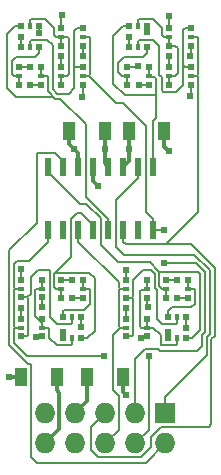
<source format=gtl>
G04 #@! TF.FileFunction,Copper,L1,Top,Signal*
%FSLAX46Y46*%
G04 Gerber Fmt 4.6, Leading zero omitted, Abs format (unit mm)*
G04 Created by KiCad (PCBNEW 4.0.4-stable) date 10/28/16 22:46:39*
%MOMM*%
%LPD*%
G01*
G04 APERTURE LIST*
%ADD10C,0.100000*%
%ADD11R,1.000000X1.600000*%
%ADD12R,1.727200X1.727200*%
%ADD13O,1.727200X1.727200*%
%ADD14R,0.600000X0.600000*%
%ADD15R,0.600000X0.400000*%
%ADD16R,0.400000X0.600000*%
%ADD17R,0.600000X1.500000*%
%ADD18C,0.620000*%
%ADD19C,0.200000*%
%ADD20C,0.300000*%
G04 APERTURE END LIST*
D10*
D11*
X40894000Y-34290000D03*
X37894000Y-34290000D03*
X42926000Y-34290000D03*
X45926000Y-34290000D03*
X39394000Y-55118000D03*
X42394000Y-55118000D03*
X36830000Y-55118000D03*
X33830000Y-55118000D03*
D12*
X45974000Y-58166000D03*
D13*
X45974000Y-60706000D03*
X43434000Y-58166000D03*
X43434000Y-60706000D03*
X40894000Y-58166000D03*
X40894000Y-60706000D03*
X38354000Y-58166000D03*
X38354000Y-60706000D03*
X35814000Y-58166000D03*
X35814000Y-60706000D03*
D14*
X37214400Y-46861600D03*
D15*
X37214400Y-47611600D03*
D14*
X37214400Y-48361600D03*
X39014400Y-48361600D03*
D15*
X39014400Y-47611600D03*
D14*
X39014400Y-46861600D03*
X47904400Y-48361600D03*
D15*
X47904400Y-47611600D03*
D14*
X47904400Y-46861600D03*
X46104400Y-46861600D03*
D15*
X46104400Y-47611600D03*
D14*
X46104400Y-48361600D03*
X37364400Y-51813600D03*
D16*
X38114400Y-51813600D03*
D14*
X38864400Y-51813600D03*
X38864400Y-50013600D03*
D16*
X38114400Y-50013600D03*
D14*
X37364400Y-50013600D03*
X47754400Y-50013600D03*
D16*
X47004400Y-50013600D03*
D14*
X46254400Y-50013600D03*
X46254400Y-51813600D03*
D16*
X47004400Y-51813600D03*
D14*
X47754400Y-51813600D03*
X33796400Y-50151600D03*
D15*
X33796400Y-50901600D03*
D14*
X33796400Y-51651600D03*
X35596400Y-51651600D03*
D15*
X35596400Y-50901600D03*
D14*
X35596400Y-50151600D03*
X44486400Y-51651600D03*
D15*
X44486400Y-50901600D03*
D14*
X44486400Y-50151600D03*
X42686400Y-50151600D03*
D15*
X42686400Y-50901600D03*
D14*
X42686400Y-51651600D03*
X33796400Y-46849600D03*
D15*
X33796400Y-47599600D03*
D14*
X33796400Y-48349600D03*
X35596400Y-48349600D03*
D15*
X35596400Y-47599600D03*
D14*
X35596400Y-46849600D03*
X44486400Y-48361600D03*
D15*
X44486400Y-47611600D03*
D14*
X44486400Y-46861600D03*
X42686400Y-46861600D03*
D15*
X42686400Y-47611600D03*
D14*
X42686400Y-48361600D03*
D17*
X36093400Y-42679600D03*
X37363400Y-42679600D03*
X38633400Y-42679600D03*
X39903400Y-42679600D03*
X41173400Y-42679600D03*
X42443400Y-42679600D03*
X43713400Y-42679600D03*
X44983400Y-42679600D03*
X44983400Y-37279600D03*
X43713400Y-37279600D03*
X42443400Y-37279600D03*
X41173400Y-37279600D03*
X39903400Y-37279600D03*
X38633400Y-37279600D03*
X37363400Y-37279600D03*
X36093400Y-37279600D03*
D14*
X35458400Y-30327600D03*
D15*
X35458400Y-29577600D03*
D14*
X35458400Y-28827600D03*
X33658400Y-28827600D03*
D15*
X33658400Y-29577600D03*
D14*
X33658400Y-30327600D03*
X42802400Y-28827600D03*
D15*
X42802400Y-29577600D03*
D14*
X42802400Y-30327600D03*
X44602400Y-30327600D03*
D15*
X44602400Y-29577600D03*
D14*
X44602400Y-28827600D03*
X35308400Y-25375600D03*
D16*
X34558400Y-25375600D03*
D14*
X33808400Y-25375600D03*
X33808400Y-27175600D03*
D16*
X34558400Y-27175600D03*
D14*
X35308400Y-27175600D03*
X42952400Y-27175600D03*
D16*
X43702400Y-27175600D03*
D14*
X44452400Y-27175600D03*
X44452400Y-25375600D03*
D16*
X43702400Y-25375600D03*
D14*
X42952400Y-25375600D03*
X39014400Y-27025600D03*
D15*
X39014400Y-26275600D03*
D14*
X39014400Y-25525600D03*
X37214400Y-25525600D03*
D15*
X37214400Y-26275600D03*
D14*
X37214400Y-27025600D03*
X46358400Y-25525600D03*
D15*
X46358400Y-26275600D03*
D14*
X46358400Y-27025600D03*
X48158400Y-27025600D03*
D15*
X48158400Y-26275600D03*
D14*
X48158400Y-25525600D03*
X39014400Y-30327600D03*
D15*
X39014400Y-29577600D03*
D14*
X39014400Y-28827600D03*
X37214400Y-28827600D03*
D15*
X37214400Y-29577600D03*
D14*
X37214400Y-30327600D03*
X46358400Y-28827600D03*
D15*
X46358400Y-29577600D03*
D14*
X46358400Y-30327600D03*
X48158400Y-30327600D03*
D15*
X48158400Y-29577600D03*
D14*
X48158400Y-28827600D03*
D18*
X38125400Y-46871609D03*
X42676391Y-49276000D03*
X48133000Y-27889200D03*
X40894000Y-35814000D03*
X46355000Y-24511000D03*
X34544000Y-28803600D03*
X34569400Y-30380564D03*
X43986403Y-51764283D03*
X38125400Y-48393207D03*
X35604378Y-49199870D03*
X35306000Y-25932990D03*
X42672000Y-56642000D03*
X32766000Y-55118000D03*
X46278800Y-35991800D03*
X38267200Y-35763200D03*
X40335200Y-38912800D03*
X38989000Y-31369000D03*
X48133000Y-31318200D03*
X46355000Y-27940000D03*
X42926000Y-26339800D03*
X44450000Y-25882600D03*
X37211000Y-27940000D03*
X33807400Y-26289000D03*
X42672000Y-46024800D03*
X44500800Y-49199800D03*
X46253400Y-51257200D03*
X47752000Y-50952400D03*
X33782000Y-45923200D03*
X37363400Y-51257200D03*
X38862000Y-50876200D03*
X43713400Y-28778200D03*
X42926000Y-35814000D03*
X43764200Y-30378400D03*
X37236400Y-24460200D03*
X39014400Y-27914600D03*
X46964600Y-46863000D03*
X47015400Y-48387000D03*
X35052000Y-51663600D03*
X33782000Y-49276000D03*
X45897800Y-45415200D03*
X45897800Y-42672000D03*
X40792400Y-53289200D03*
X44597601Y-53293999D03*
D19*
X37214400Y-46861600D02*
X38115391Y-46861600D01*
X38115391Y-46861600D02*
X38125400Y-46871609D01*
X39014400Y-48361600D02*
X38157007Y-48361600D01*
X38157007Y-48361600D02*
X38125400Y-48393207D01*
X42686400Y-49286009D02*
X42676391Y-49276000D01*
X42686400Y-50151600D02*
X42686400Y-49286009D01*
X33658400Y-28827600D02*
X34520000Y-28827600D01*
X34520000Y-28827600D02*
X34544000Y-28803600D01*
X35458400Y-30327600D02*
X34622364Y-30327600D01*
X34622364Y-30327600D02*
X34569400Y-30380564D01*
X48158400Y-27025600D02*
X48158400Y-27863800D01*
X48158400Y-27863800D02*
X48133000Y-27889200D01*
X46358400Y-25525600D02*
X46358400Y-24514400D01*
X46358400Y-24514400D02*
X46355000Y-24511000D01*
D20*
X39394000Y-55118000D02*
X39394000Y-57126000D01*
X39394000Y-57126000D02*
X38354000Y-58166000D01*
X40894000Y-35814000D02*
X40894000Y-37000200D01*
X40894000Y-34290000D02*
X40894000Y-35814000D01*
X40894000Y-37000200D02*
X41173400Y-37279600D01*
D19*
X44424809Y-51764283D02*
X43986403Y-51764283D01*
X44486400Y-51702692D02*
X44424809Y-51764283D01*
X44486400Y-51651600D02*
X44486400Y-51702692D01*
X35596400Y-49191892D02*
X35604378Y-49199870D01*
X35596400Y-48349600D02*
X35596400Y-49191892D01*
X33796400Y-46849600D02*
X33796400Y-45937600D01*
X33796400Y-45937600D02*
X33782000Y-45923200D01*
X38864400Y-50013600D02*
X38864400Y-50873800D01*
X38864400Y-50873800D02*
X38862000Y-50876200D01*
X42686400Y-46861600D02*
X42686400Y-46039200D01*
X42686400Y-46039200D02*
X42672000Y-46024800D01*
X47754400Y-50013600D02*
X47754400Y-50950000D01*
X47754400Y-50950000D02*
X47752000Y-50952400D01*
X44486400Y-48361600D02*
X44486400Y-49185400D01*
X44486400Y-49185400D02*
X44500800Y-49199800D01*
X37214400Y-28827600D02*
X37214400Y-27943400D01*
X37214400Y-27943400D02*
X37211000Y-27940000D01*
X33807400Y-26289000D02*
X33807400Y-27174600D01*
X33807400Y-27174600D02*
X33808400Y-27175600D01*
X39014400Y-30327600D02*
X39014400Y-31343600D01*
X39014400Y-31343600D02*
X38989000Y-31369000D01*
X48158400Y-30327600D02*
X48158400Y-31292800D01*
X48158400Y-31292800D02*
X48133000Y-31318200D01*
X46358400Y-28827600D02*
X46358400Y-27943400D01*
X46358400Y-27943400D02*
X46355000Y-27940000D01*
X42926000Y-26339800D02*
X42926000Y-27149200D01*
X42926000Y-27149200D02*
X42952400Y-27175600D01*
X35308400Y-25930590D02*
X35306000Y-25932990D01*
X35308400Y-25375600D02*
X35308400Y-25930590D01*
D20*
X42394000Y-55118000D02*
X42394000Y-56364000D01*
X42394000Y-56364000D02*
X42672000Y-56642000D01*
X33830000Y-55118000D02*
X32766000Y-55118000D01*
X45926000Y-34290000D02*
X45926000Y-35639000D01*
X45926000Y-35639000D02*
X46278800Y-35991800D01*
X38267200Y-35763200D02*
X38633400Y-36129400D01*
X37894000Y-35390000D02*
X38267200Y-35763200D01*
X37894000Y-34290000D02*
X37894000Y-35390000D01*
X38633400Y-36129400D02*
X38633400Y-37279600D01*
X39903400Y-37279600D02*
X39903400Y-38481000D01*
X39903400Y-38481000D02*
X40335200Y-38912800D01*
D19*
X39014400Y-30327600D02*
X39014400Y-30378692D01*
X39014400Y-30378692D02*
X39036351Y-30400643D01*
X44452400Y-25375600D02*
X44452400Y-25880200D01*
X44452400Y-25880200D02*
X44450000Y-25882600D01*
X46254400Y-51813600D02*
X46254400Y-51258200D01*
X46254400Y-51258200D02*
X46253400Y-51257200D01*
X37364400Y-51813600D02*
X37364400Y-51258200D01*
X37364400Y-51258200D02*
X37363400Y-51257200D01*
X33796400Y-50151600D02*
X33796400Y-49290400D01*
X33796400Y-49290400D02*
X33782000Y-49276000D01*
X46104400Y-46861600D02*
X46963200Y-46861600D01*
X46963200Y-46861600D02*
X46964600Y-46863000D01*
X47904400Y-48361600D02*
X47040800Y-48361600D01*
X47040800Y-48361600D02*
X47015400Y-48387000D01*
X37214400Y-25525600D02*
X37214400Y-24482200D01*
X37214400Y-24482200D02*
X37236400Y-24460200D01*
X39014400Y-27025600D02*
X39014400Y-27914600D01*
X42802400Y-28827600D02*
X43664000Y-28827600D01*
X43664000Y-28827600D02*
X43713400Y-28778200D01*
X44602400Y-30327600D02*
X43815000Y-30327600D01*
X43815000Y-30327600D02*
X43764200Y-30378400D01*
X42802400Y-28776508D02*
X42824946Y-28753962D01*
X42802400Y-28827600D02*
X42802400Y-28776508D01*
D20*
X36830000Y-55118000D02*
X36830000Y-56218000D01*
X36830000Y-56218000D02*
X37027601Y-56415601D01*
X37027601Y-56415601D02*
X37027601Y-59492399D01*
X37027601Y-59492399D02*
X35814000Y-60706000D01*
X42926000Y-35814000D02*
X42926000Y-36797000D01*
X42926000Y-34290000D02*
X42926000Y-35814000D01*
X42926000Y-36797000D02*
X42443400Y-37279600D01*
D19*
X37214400Y-25524509D02*
X37251316Y-25487593D01*
X37214400Y-25525600D02*
X37214400Y-25524509D01*
X35596400Y-51651600D02*
X35064000Y-51651600D01*
X35064000Y-51651600D02*
X35052000Y-51663600D01*
X43434000Y-58166000D02*
X43434000Y-53554798D01*
X43434000Y-53554798D02*
X44304800Y-52683998D01*
X45419096Y-52683998D02*
X45592498Y-52857400D01*
X48597100Y-45415200D02*
X45897800Y-45415200D01*
X44304800Y-52683998D02*
X45419096Y-52683998D01*
X45592498Y-52857400D02*
X48717200Y-52857400D01*
X48717200Y-52857400D02*
X49091811Y-52482789D01*
X49091811Y-52482789D02*
X49091811Y-51541889D01*
X49091811Y-51541889D02*
X49371211Y-51262489D01*
X49371211Y-51262489D02*
X49371211Y-46189311D01*
X49371211Y-46189311D02*
X48597100Y-45415200D01*
X44983400Y-42679600D02*
X45890200Y-42679600D01*
X45890200Y-42679600D02*
X45897800Y-42672000D01*
X44983400Y-42679600D02*
X44983400Y-41729600D01*
X44983400Y-41729600D02*
X44348400Y-41094600D01*
X44348400Y-41094600D02*
X44348400Y-33872398D01*
X44348400Y-33872398D02*
X42382601Y-31906599D01*
X41843399Y-31906599D02*
X39514400Y-29577600D01*
X42382601Y-31906599D02*
X41843399Y-31906599D01*
X39514400Y-29577600D02*
X39014400Y-29577600D01*
X39514400Y-29577600D02*
X39614401Y-29477599D01*
X39614401Y-26375601D02*
X39514400Y-26275600D01*
X39614401Y-29477599D02*
X39614401Y-26375601D01*
X39514400Y-26275600D02*
X39014400Y-26275600D01*
X35128200Y-36144200D02*
X36678000Y-36144200D01*
X36678000Y-36144200D02*
X37363400Y-36829600D01*
X37363400Y-36829600D02*
X37363400Y-37279600D01*
X35128200Y-42046976D02*
X35128200Y-36144200D01*
X32796388Y-44378788D02*
X35128200Y-42046976D01*
X34409199Y-54017999D02*
X32796388Y-52405188D01*
X32796388Y-52405188D02*
X32796388Y-44378788D01*
X35102800Y-62331600D02*
X34650399Y-61879199D01*
X34650399Y-54098397D02*
X34570001Y-54017999D01*
X34650399Y-61879199D02*
X34650399Y-54098397D01*
X34570001Y-54017999D02*
X34409199Y-54017999D01*
X44348400Y-62331600D02*
X35102800Y-62331600D01*
X45974000Y-60706000D02*
X44348400Y-62331600D01*
X40792400Y-53289200D02*
X34293998Y-53289200D01*
X34293998Y-53289200D02*
X33196399Y-52191601D01*
X33196399Y-52191601D02*
X33196399Y-51001601D01*
X33196399Y-51001601D02*
X33296400Y-50901600D01*
X33296400Y-50901600D02*
X33796400Y-50901600D01*
X43434000Y-60706000D02*
X44597601Y-59542399D01*
X44597601Y-59542399D02*
X44597601Y-53293999D01*
X33426400Y-45288200D02*
X33196399Y-45518201D01*
X33196399Y-45518201D02*
X33196399Y-47499599D01*
X33196399Y-47499599D02*
X33296400Y-47599600D01*
X33296400Y-47599600D02*
X33796400Y-47599600D01*
X34434800Y-45288200D02*
X33426400Y-45288200D01*
X36093400Y-42679600D02*
X36093400Y-43629600D01*
X36093400Y-43629600D02*
X34434800Y-45288200D01*
X33196399Y-47699601D02*
X33296400Y-47599600D01*
X33296400Y-50901600D02*
X33196399Y-50801599D01*
X33196399Y-50801599D02*
X33196399Y-47699601D01*
X42066389Y-47731611D02*
X42186400Y-47611600D01*
X42186400Y-50901600D02*
X42066389Y-50781589D01*
X42066389Y-50781589D02*
X42066389Y-47731611D01*
X41593999Y-51494001D02*
X42186400Y-50901600D01*
X41593999Y-56200410D02*
X41593999Y-51494001D01*
X42057601Y-56664012D02*
X41593999Y-56200410D01*
X42057601Y-59542399D02*
X42057601Y-56664012D01*
X40894000Y-60706000D02*
X42057601Y-59542399D01*
X42186400Y-50901600D02*
X42686400Y-50901600D01*
X38633400Y-42679600D02*
X38633400Y-43629600D01*
X38633400Y-43629600D02*
X42086399Y-47082599D01*
X42086399Y-47082599D02*
X42086399Y-47511599D01*
X42086399Y-47511599D02*
X42186400Y-47611600D01*
X42186400Y-47611600D02*
X42686400Y-47611600D01*
X40014412Y-51163588D02*
X40014412Y-46721610D01*
X40014412Y-46721610D02*
X39554401Y-46261599D01*
X38864400Y-51813600D02*
X39364400Y-51813600D01*
X39364400Y-51813600D02*
X40014412Y-51163588D01*
X39554401Y-46261599D02*
X36701701Y-46261599D01*
X36701701Y-46261599D02*
X36614399Y-46348901D01*
X38847200Y-41173400D02*
X39903400Y-42229600D01*
X39903400Y-42229600D02*
X39903400Y-42679600D01*
X37998400Y-41673798D02*
X38498798Y-41173400D01*
X38023800Y-44939500D02*
X38023800Y-41699198D01*
X36614399Y-46348901D02*
X38023800Y-44939500D01*
X36614399Y-47511599D02*
X36614399Y-46348901D01*
X38498798Y-41173400D02*
X38847200Y-41173400D01*
X36714400Y-47611600D02*
X36614399Y-47511599D01*
X37214400Y-47611600D02*
X36714400Y-47611600D01*
X38023800Y-41699198D02*
X37998400Y-41673798D01*
X37214400Y-47611600D02*
X37214400Y-48361600D01*
X37364400Y-48511600D02*
X37214400Y-48361600D01*
X39014400Y-47611600D02*
X39514400Y-47611600D01*
X39514400Y-47611600D02*
X39614401Y-47711601D01*
X39614401Y-47711601D02*
X39614401Y-48901601D01*
X39614401Y-48901601D02*
X39102403Y-49413599D01*
X39102403Y-49413599D02*
X37464401Y-49413599D01*
X37464401Y-49413599D02*
X37364400Y-49513600D01*
X37364400Y-49513600D02*
X37364400Y-50013600D01*
X39014400Y-46861600D02*
X39014400Y-47611600D01*
X48206202Y-49199800D02*
X46568200Y-49199800D01*
X46568200Y-49199800D02*
X46254400Y-49513600D01*
X46254400Y-49513600D02*
X46254400Y-50013600D01*
X48514000Y-47721200D02*
X48514000Y-48892002D01*
X48514000Y-48892002D02*
X48206202Y-49199800D01*
X47904400Y-47611600D02*
X48404400Y-47611600D01*
X48404400Y-47611600D02*
X48514000Y-47721200D01*
X47904400Y-46861600D02*
X47904400Y-47611600D01*
X46104400Y-49863600D02*
X46254400Y-50013600D01*
X41986200Y-45389800D02*
X40538400Y-43942000D01*
X45504399Y-46173897D02*
X44720302Y-45389800D01*
X44720302Y-45389800D02*
X41986200Y-45389800D01*
X45504399Y-47401601D02*
X45504399Y-46173897D01*
X46104400Y-47611600D02*
X45714398Y-47611600D01*
X45714398Y-47611600D02*
X45504399Y-47401601D01*
X48971200Y-46355000D02*
X48790097Y-46173897D01*
X48790097Y-46173897D02*
X45504399Y-46173897D01*
X48971200Y-51096800D02*
X48971200Y-46355000D01*
X48254400Y-51813600D02*
X48971200Y-51096800D01*
X47754400Y-51813600D02*
X48254400Y-51813600D01*
X46104400Y-47611600D02*
X46104400Y-48361600D01*
X36093400Y-37729600D02*
X36093400Y-37279600D01*
X38775200Y-40411400D02*
X36093400Y-37729600D01*
X40538400Y-43942000D02*
X40538400Y-41660300D01*
X39289500Y-40411400D02*
X38775200Y-40411400D01*
X40538400Y-41660300D02*
X39289500Y-40411400D01*
X34994376Y-48907068D02*
X34994376Y-49899576D01*
X34994376Y-49899576D02*
X35596400Y-50501600D01*
X34996399Y-48905045D02*
X34994376Y-48907068D01*
X34996399Y-47699601D02*
X34996399Y-48905045D01*
X35596400Y-50501600D02*
X35596400Y-50901600D01*
X35096400Y-47599600D02*
X34996399Y-47699601D01*
X35596400Y-47599600D02*
X35096400Y-47599600D01*
X35596400Y-50901600D02*
X35596400Y-50151600D01*
X35596400Y-46849600D02*
X35596400Y-47599600D01*
X38114400Y-51813600D02*
X38114400Y-52313600D01*
X38114400Y-52313600D02*
X38014399Y-52413601D01*
X36824399Y-52413601D02*
X36196401Y-51785603D01*
X36196401Y-51785603D02*
X36196401Y-51001601D01*
X36196401Y-51001601D02*
X36096400Y-50901600D01*
X38014399Y-52413601D02*
X36824399Y-52413601D01*
X36096400Y-50901600D02*
X35596400Y-50901600D01*
X36214388Y-49981188D02*
X36846801Y-50613601D01*
X36846801Y-50613601D02*
X38014399Y-50613601D01*
X38014399Y-50613601D02*
X38114400Y-50513600D01*
X38114400Y-50513600D02*
X38114400Y-50013600D01*
X36144200Y-45999400D02*
X36214388Y-46069588D01*
X36214388Y-46069588D02*
X36214388Y-49981188D01*
X35204400Y-45999400D02*
X36144200Y-45999400D01*
X34596388Y-46607412D02*
X35204400Y-45999400D01*
X34296400Y-48349600D02*
X34596388Y-48049612D01*
X34596388Y-48049612D02*
X34596388Y-46607412D01*
X33796400Y-48349600D02*
X34296400Y-48349600D01*
X34296400Y-48349600D02*
X34396401Y-48449601D01*
X34396401Y-48449601D02*
X34396401Y-51551599D01*
X34396401Y-51551599D02*
X34296400Y-51651600D01*
X34296400Y-51651600D02*
X33796400Y-51651600D01*
X43286401Y-48461601D02*
X43186400Y-48361600D01*
X43186400Y-48361600D02*
X42686400Y-48361600D01*
X42686400Y-51651600D02*
X43186400Y-51651600D01*
X43186400Y-51651600D02*
X43286401Y-51551599D01*
X43286401Y-51551599D02*
X43286401Y-48461601D01*
X47004400Y-50013600D02*
X47004400Y-50513600D01*
X47004400Y-50513600D02*
X46895800Y-50622200D01*
X44094400Y-46050200D02*
X43286401Y-46858199D01*
X43286401Y-48261599D02*
X43186400Y-48361600D01*
X46895800Y-50622200D02*
X45722998Y-50622200D01*
X45722998Y-50622200D02*
X45288200Y-50187402D01*
X45288200Y-50187402D02*
X45288200Y-47751102D01*
X45104388Y-46339586D02*
X44815002Y-46050200D01*
X45288200Y-47751102D02*
X45104388Y-47567290D01*
X45104388Y-47567290D02*
X45104388Y-46339586D01*
X44815002Y-46050200D02*
X44094400Y-46050200D01*
X43286401Y-46858199D02*
X43286401Y-48261599D01*
X44486400Y-50151600D02*
X44486400Y-50901600D01*
X43886399Y-47821599D02*
X43886399Y-50801599D01*
X44336401Y-47761599D02*
X43946399Y-47761599D01*
X43946399Y-47761599D02*
X43886399Y-47821599D01*
X43886399Y-50801599D02*
X43986400Y-50901600D01*
X44486400Y-47611600D02*
X44336401Y-47761599D01*
X44486400Y-46861600D02*
X44486400Y-47611600D01*
X44486400Y-50901600D02*
X43986400Y-50901600D01*
X44486400Y-50901600D02*
X44986400Y-50901600D01*
X45654399Y-51569599D02*
X45654399Y-52353601D01*
X44986400Y-50901600D02*
X45654399Y-51569599D01*
X45654399Y-52353601D02*
X45714399Y-52413601D01*
X45714399Y-52413601D02*
X46904399Y-52413601D01*
X46904399Y-52413601D02*
X47004400Y-52313600D01*
X47004400Y-52313600D02*
X47004400Y-51813600D01*
X32613600Y-30632400D02*
X33324800Y-31343600D01*
X33324800Y-31343600D02*
X36524698Y-31343600D01*
X36524698Y-31343600D02*
X36696109Y-31515011D01*
X32613600Y-26070400D02*
X32613600Y-30632400D01*
X33808400Y-25375600D02*
X33308400Y-25375600D01*
X33308400Y-25375600D02*
X32613600Y-26070400D01*
X35458400Y-28827600D02*
X35458400Y-29577600D01*
X37122689Y-31515011D02*
X36696109Y-31515011D01*
X39293800Y-33686122D02*
X37122689Y-31515011D01*
X35958400Y-29577600D02*
X35458400Y-29577600D01*
X39293800Y-39850000D02*
X39293800Y-33686122D01*
X36058401Y-29677601D02*
X35958400Y-29577600D01*
X41173400Y-42679600D02*
X41173400Y-41729600D01*
X36696109Y-31515011D02*
X36058401Y-30877303D01*
X41173400Y-41729600D02*
X39293800Y-39850000D01*
X36058401Y-30877303D02*
X36058401Y-29677601D01*
X42576798Y-31242000D02*
X45237400Y-31242000D01*
X41611589Y-30276791D02*
X42576798Y-31242000D01*
X41611589Y-26216411D02*
X41611589Y-30276791D01*
X42952400Y-25375600D02*
X42452400Y-25375600D01*
X42452400Y-25375600D02*
X41611589Y-26216411D01*
X45237400Y-29822598D02*
X45237400Y-31242000D01*
X45237400Y-31242000D02*
X45237400Y-33138598D01*
X45237400Y-33138598D02*
X44983400Y-33392598D01*
X44983400Y-33392598D02*
X44983400Y-37279600D01*
X44602400Y-29577600D02*
X44752399Y-29727599D01*
X44752399Y-29727599D02*
X45142401Y-29727599D01*
X45142401Y-29727599D02*
X45237400Y-29822598D01*
X44602400Y-28827600D02*
X44602400Y-29577600D01*
X44452400Y-28677600D02*
X44602400Y-28827600D01*
X33355198Y-27990800D02*
X34993200Y-27990800D01*
X34993200Y-27990800D02*
X35308400Y-27675600D01*
X35308400Y-27675600D02*
X35308400Y-27175600D01*
X33020000Y-29439200D02*
X33020000Y-28325998D01*
X33020000Y-28325998D02*
X33355198Y-27990800D01*
X33658400Y-29577600D02*
X33158400Y-29577600D01*
X33158400Y-29577600D02*
X33020000Y-29439200D01*
X33658400Y-30327600D02*
X33658400Y-29577600D01*
X35458400Y-27325600D02*
X35308400Y-27175600D01*
X42011600Y-28478398D02*
X42011600Y-29286800D01*
X42011600Y-29286800D02*
X42302400Y-29577600D01*
X42302400Y-29577600D02*
X42802400Y-29577600D01*
X44137200Y-27990800D02*
X42499198Y-27990800D01*
X42499198Y-27990800D02*
X42011600Y-28478398D01*
X44452400Y-27175600D02*
X44452400Y-27675600D01*
X44452400Y-27675600D02*
X44137200Y-27990800D01*
X42802400Y-29577600D02*
X42802400Y-30327600D01*
X37214400Y-26275600D02*
X37214400Y-27025600D01*
X36614399Y-25541597D02*
X36614399Y-26175599D01*
X37714400Y-29577600D02*
X37214400Y-29577600D01*
X37821002Y-26382202D02*
X37821002Y-29470998D01*
X37714400Y-26275600D02*
X37821002Y-26382202D01*
X37821002Y-29470998D02*
X37714400Y-29577600D01*
X37214400Y-26275600D02*
X37714400Y-26275600D01*
X37214400Y-30327600D02*
X37214400Y-29577600D01*
X34558400Y-25375600D02*
X34558400Y-24875600D01*
X34558400Y-24875600D02*
X34658401Y-24775599D01*
X35848401Y-24775599D02*
X36614399Y-25541597D01*
X34658401Y-24775599D02*
X35848401Y-24775599D01*
X36614399Y-26175599D02*
X36714400Y-26275600D01*
X36714400Y-26275600D02*
X37214400Y-26275600D01*
X37820600Y-31115000D02*
X38277800Y-30657800D01*
X38277800Y-30657800D02*
X38277800Y-28829000D01*
X36861798Y-31115000D02*
X37820600Y-31115000D01*
X36474400Y-30727602D02*
X36861798Y-31115000D01*
X36474400Y-27000200D02*
X36474400Y-30727602D01*
X36017200Y-26543000D02*
X36474400Y-27000200D01*
X34691000Y-26543000D02*
X36017200Y-26543000D01*
X34558400Y-27175600D02*
X34558400Y-26675600D01*
X34558400Y-26675600D02*
X34691000Y-26543000D01*
X38277800Y-28829000D02*
X38279200Y-28827600D01*
X38279200Y-28827600D02*
X39014400Y-28827600D01*
X38277800Y-25762200D02*
X38277800Y-28829000D01*
X39014400Y-25525600D02*
X38514400Y-25525600D01*
X38514400Y-25525600D02*
X38277800Y-25762200D01*
X47472600Y-30353402D02*
X47472600Y-28641800D01*
X46898401Y-30927601D02*
X47472600Y-30353402D01*
X45713609Y-30822811D02*
X45818399Y-30927601D01*
X45491400Y-29510898D02*
X45713609Y-29733107D01*
X45491400Y-27074598D02*
X45491400Y-29510898D01*
X43860400Y-26517600D02*
X44934402Y-26517600D01*
X44934402Y-26517600D02*
X45491400Y-27074598D01*
X43702400Y-26675600D02*
X43860400Y-26517600D01*
X43702400Y-27175600D02*
X43702400Y-26675600D01*
X45713609Y-29733107D02*
X45713609Y-30822811D01*
X45818399Y-30927601D02*
X46898401Y-30927601D01*
X47472600Y-25711400D02*
X47472600Y-28641800D01*
X47472600Y-28641800D02*
X47658400Y-28827600D01*
X47658400Y-28827600D02*
X48158400Y-28827600D01*
X48158400Y-25525600D02*
X47658400Y-25525600D01*
X47658400Y-25525600D02*
X47472600Y-25711400D01*
X47040800Y-27208000D02*
X47040800Y-29395200D01*
X47040800Y-29395200D02*
X46858400Y-29577600D01*
X46858400Y-29577600D02*
X46358400Y-29577600D01*
X46358400Y-27025600D02*
X46858400Y-27025600D01*
X46858400Y-27025600D02*
X47040800Y-27208000D01*
X46358400Y-26275600D02*
X46358400Y-27025600D01*
X43702400Y-25375600D02*
X43702400Y-24875600D01*
X43702400Y-24875600D02*
X43802401Y-24775599D01*
X43802401Y-24775599D02*
X44992401Y-24775599D01*
X44992401Y-24775599D02*
X45758399Y-25541597D01*
X45758399Y-25541597D02*
X45758399Y-26175599D01*
X45758399Y-26175599D02*
X45858400Y-26275600D01*
X45858400Y-26275600D02*
X46358400Y-26275600D01*
X46358400Y-29577600D02*
X46358400Y-30327600D01*
X41843399Y-44103999D02*
X42468800Y-44729400D01*
X49771222Y-46023622D02*
X49771222Y-51428178D01*
X45974000Y-56743600D02*
X45974000Y-58166000D01*
X49771222Y-51428178D02*
X49498211Y-51701189D01*
X49498211Y-53219389D02*
X45974000Y-56743600D01*
X43713400Y-38229600D02*
X41843399Y-40099601D01*
X43713400Y-37279600D02*
X43713400Y-38229600D01*
X49498211Y-51701189D02*
X49498211Y-53219389D01*
X41843399Y-40099601D02*
X41843399Y-44103999D01*
X48477000Y-44729400D02*
X49771222Y-46023622D01*
X42468800Y-44729400D02*
X48477000Y-44729400D01*
X50171233Y-51593867D02*
X50171233Y-45857933D01*
X49911000Y-51854100D02*
X50171233Y-51593867D01*
X49911000Y-59105800D02*
X49911000Y-51854100D01*
X49687199Y-59329601D02*
X49911000Y-59105800D01*
X45628269Y-59329601D02*
X49687199Y-59329601D01*
X44810399Y-60999101D02*
X44810399Y-60147471D01*
X44810399Y-60147471D02*
X45628269Y-59329601D01*
X43939899Y-61869601D02*
X44810399Y-60999101D01*
X39730399Y-61264529D02*
X40335471Y-61869601D01*
X40894000Y-58166000D02*
X39730399Y-59329601D01*
X48179100Y-43865800D02*
X46024800Y-43865800D01*
X50171233Y-45857933D02*
X48179100Y-43865800D01*
X40335471Y-61869601D02*
X43939899Y-61869601D01*
X39730399Y-59329601D02*
X39730399Y-61264529D01*
X48758401Y-41132199D02*
X48758401Y-29677601D01*
X48758401Y-29677601D02*
X48658400Y-29577600D01*
X42443400Y-42679600D02*
X42443400Y-43629600D01*
X42443400Y-43629600D02*
X42679600Y-43865800D01*
X42679600Y-43865800D02*
X46024800Y-43865800D01*
X46024800Y-43865800D02*
X48758401Y-41132199D01*
X48158400Y-26275600D02*
X48658400Y-26275600D01*
X48658400Y-26275600D02*
X48758401Y-26375601D01*
X48758401Y-26375601D02*
X48758401Y-29477599D01*
X48758401Y-29477599D02*
X48658400Y-29577600D01*
X48658400Y-29577600D02*
X48158400Y-29577600D01*
M02*

</source>
